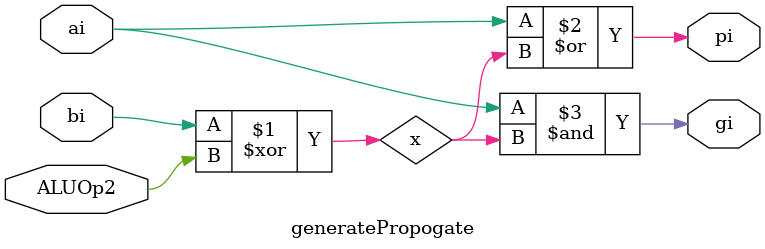
<source format=v>
module generatePropogate(ALUOp2, bi, ai, gi, pi);
	input ALUOp2, bi, ai;
	output gi, pi;
	wire x;

	//for two's complement of b
	xor g1(x, bi, ALUOp2);
	
	//generate and propogate signals
	or g2(pi, ai, x);		//ai or bi
	and g3(gi, ai, x); 	//ai and bi
	
endmodule 
</source>
